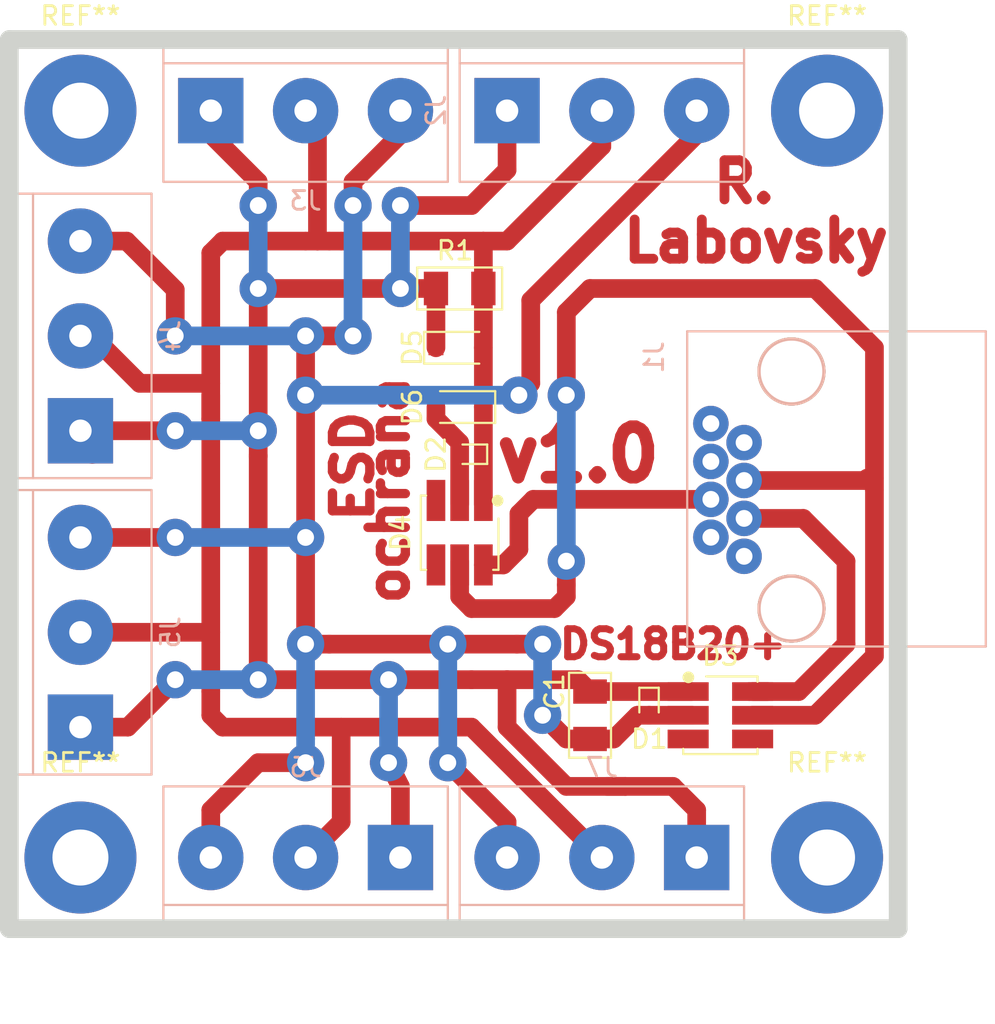
<source format=kicad_pcb>
(kicad_pcb (version 20171130) (host pcbnew "(5.1.6)-1")

  (general
    (thickness 1.6)
    (drawings 12)
    (tracks 175)
    (zones 0)
    (modules 19)
    (nets 15)
  )

  (page A4)
  (layers
    (0 F.Cu signal)
    (31 B.Cu signal)
    (32 B.Adhes user)
    (33 F.Adhes user)
    (34 B.Paste user)
    (35 F.Paste user)
    (36 B.SilkS user)
    (37 F.SilkS user)
    (38 B.Mask user)
    (39 F.Mask user)
    (40 Dwgs.User user)
    (41 Cmts.User user)
    (42 Eco1.User user)
    (43 Eco2.User user)
    (44 Edge.Cuts user)
    (45 Margin user)
    (46 B.CrtYd user)
    (47 F.CrtYd user)
    (48 B.Fab user hide)
    (49 F.Fab user hide)
  )

  (setup
    (last_trace_width 1)
    (user_trace_width 0.6)
    (user_trace_width 1)
    (trace_clearance 0.2)
    (zone_clearance 0.508)
    (zone_45_only no)
    (trace_min 0.2)
    (via_size 0.8)
    (via_drill 0.4)
    (via_min_size 0.4)
    (via_min_drill 0.3)
    (uvia_size 0.3)
    (uvia_drill 0.1)
    (uvias_allowed no)
    (uvia_min_size 0.2)
    (uvia_min_drill 0.1)
    (edge_width 0.05)
    (segment_width 0.2)
    (pcb_text_width 0.3)
    (pcb_text_size 1.5 1.5)
    (mod_edge_width 0.12)
    (mod_text_size 1 1)
    (mod_text_width 0.15)
    (pad_size 6 6)
    (pad_drill 3)
    (pad_to_mask_clearance 0.051)
    (solder_mask_min_width 0.25)
    (aux_axis_origin 0 0)
    (visible_elements 7FFFFFFF)
    (pcbplotparams
      (layerselection 0x00000_7fffffff)
      (usegerberextensions false)
      (usegerberattributes false)
      (usegerberadvancedattributes false)
      (creategerberjobfile false)
      (excludeedgelayer false)
      (linewidth 0.100000)
      (plotframeref false)
      (viasonmask true)
      (mode 1)
      (useauxorigin false)
      (hpglpennumber 1)
      (hpglpenspeed 20)
      (hpglpendiameter 15.000000)
      (psnegative false)
      (psa4output false)
      (plotreference false)
      (plotvalue false)
      (plotinvisibletext false)
      (padsonsilk true)
      (subtractmaskfromsilk false)
      (outputformat 5)
      (mirror true)
      (drillshape 1)
      (scaleselection 1)
      (outputdirectory "D:/kicad/thomas_thermostat/esd_protection_1_wire_end_devices/4_devices/esd_protection_1_wire_end_devices_v2/export/mirror/"))
  )

  (net 0 "")
  (net 1 GND)
  (net 2 +5V)
  (net 3 "Net-(D3-Pad4)")
  (net 4 "Net-(D3-Pad3)")
  (net 5 "Net-(D4-Pad3)")
  (net 6 "Net-(D4-Pad4)")
  (net 7 "Net-(J1-Pad7)")
  (net 8 "Net-(J1-Pad6)")
  (net 9 "Net-(J1-Pad2)")
  (net 10 "Net-(J1-Pad1)")
  (net 11 "Net-(J1-Pad8)")
  (net 12 /data)
  (net 13 "Net-(C1-Pad1)")
  (net 14 "Net-(D2-Pad1)")

  (net_class Default "This is the default net class."
    (clearance 0.2)
    (trace_width 0.25)
    (via_dia 0.8)
    (via_drill 0.4)
    (uvia_dia 0.3)
    (uvia_drill 0.1)
    (add_net +5V)
    (add_net /data)
    (add_net GND)
    (add_net "Net-(C1-Pad1)")
    (add_net "Net-(D2-Pad1)")
    (add_net "Net-(D3-Pad3)")
    (add_net "Net-(D3-Pad4)")
    (add_net "Net-(D4-Pad3)")
    (add_net "Net-(D4-Pad4)")
    (add_net "Net-(J1-Pad1)")
    (add_net "Net-(J1-Pad2)")
    (add_net "Net-(J1-Pad6)")
    (add_net "Net-(J1-Pad7)")
    (add_net "Net-(J1-Pad8)")
  )

  (module packages_tsoc_rl:tsoc_6_rl (layer F.Cu) (tedit 5F18B52B) (tstamp 5F09F6C8)
    (at 212.725 94.995 270)
    (path /5E8D2FE9)
    (fp_text reference D4 (at 0 3.175 90) (layer F.SilkS)
      (effects (font (size 1 1) (thickness 0.15)))
    )
    (fp_text value DS9503_rl (at 0 3.048 90) (layer F.Fab)
      (effects (font (size 1 1) (thickness 0.15)))
    )
    (fp_line (start -1.88 -1.27) (end -1.18 -1.97) (layer F.Fab) (width 0.1))
    (fp_line (start -2.9972 -2.22) (end -2.9972 2.22) (layer F.CrtYd) (width 0.05))
    (fp_line (start 2.9972 -2.22) (end 2.9972 2.22) (layer F.CrtYd) (width 0.05))
    (fp_line (start 1.99 -2.08) (end 1.99 -1.795) (layer F.SilkS) (width 0.12))
    (fp_line (start 1.99 1.795) (end 1.99 2.08) (layer F.SilkS) (width 0.12))
    (fp_line (start -1.99 2.08) (end 1.99 2.08) (layer F.SilkS) (width 0.12))
    (fp_line (start -2.9972 2.22) (end 2.9972 2.22) (layer F.CrtYd) (width 0.05))
    (fp_line (start -1.99 1.795) (end -1.99 2.08) (layer F.SilkS) (width 0.12))
    (fp_line (start -2.9972 -2.22) (end 2.9972 -2.22) (layer F.CrtYd) (width 0.05))
    (fp_line (start -1.18 -1.97) (end 1.88 -1.97) (layer F.Fab) (width 0.1))
    (fp_line (start -1.88 1.97) (end 1.88 1.97) (layer F.Fab) (width 0.1))
    (fp_line (start -1.88 -1.27) (end -1.88 1.97) (layer F.Fab) (width 0.1))
    (fp_line (start -0.762 -2.08) (end 1.99 -2.08) (layer F.SilkS) (width 0.12))
    (fp_line (start 1.88 -1.97) (end 1.88 1.97) (layer F.Fab) (width 0.1))
    (fp_circle (center -1.7145 -2.032) (end -1.9685 -2.032) (layer F.SilkS) (width 0.12))
    (fp_circle (center -1.7145 -2.032) (end -1.651 -1.905) (layer F.SilkS) (width 0.12))
    (fp_circle (center -1.7145 -2.032) (end -1.7145 -1.9685) (layer F.SilkS) (width 0.12))
    (fp_text user %R (at 0 0 90) (layer F.Fab)
      (effects (font (size 0.7 0.7) (thickness 0.127)))
    )
    (pad 2 smd rect (at -1.7272 0 270) (size 2.2 1) (layers F.Cu F.Paste F.Mask)
      (net 1 GND))
    (pad 3 smd rect (at -1.7272 1.27 270) (size 2.2 1) (layers F.Cu F.Paste F.Mask)
      (net 5 "Net-(D4-Pad3)"))
    (pad 1 smd rect (at -1.7272 -1.27 270) (size 2.2 1) (layers F.Cu F.Paste F.Mask)
      (net 14 "Net-(D2-Pad1)"))
    (pad 4 smd rect (at 1.7272 1.27 270) (size 2.2 1) (layers F.Cu F.Paste F.Mask)
      (net 6 "Net-(D4-Pad4)"))
    (pad 5 smd rect (at 1.7272 0 270) (size 2.2 1) (layers F.Cu F.Paste F.Mask)
      (net 1 GND))
    (pad 6 smd rect (at 1.7272 -1.27 270) (size 2.2 1) (layers F.Cu F.Paste F.Mask)
      (net 12 /data))
  )

  (module packages_tsoc_rl:tsoc_6_rl (layer F.Cu) (tedit 5F18B52B) (tstamp 5F09FF3B)
    (at 226.695 104.775)
    (path /5E8D0A59)
    (fp_text reference D3 (at 0 -3.175) (layer F.SilkS)
      (effects (font (size 1 1) (thickness 0.15)))
    )
    (fp_text value DS9503_rl (at 0 3.048) (layer F.Fab)
      (effects (font (size 1 1) (thickness 0.15)))
    )
    (fp_line (start -1.88 -1.27) (end -1.18 -1.97) (layer F.Fab) (width 0.1))
    (fp_line (start -2.9972 -2.22) (end -2.9972 2.22) (layer F.CrtYd) (width 0.05))
    (fp_line (start 2.9972 -2.22) (end 2.9972 2.22) (layer F.CrtYd) (width 0.05))
    (fp_line (start 1.99 -2.08) (end 1.99 -1.795) (layer F.SilkS) (width 0.12))
    (fp_line (start 1.99 1.795) (end 1.99 2.08) (layer F.SilkS) (width 0.12))
    (fp_line (start -1.99 2.08) (end 1.99 2.08) (layer F.SilkS) (width 0.12))
    (fp_line (start -2.9972 2.22) (end 2.9972 2.22) (layer F.CrtYd) (width 0.05))
    (fp_line (start -1.99 1.795) (end -1.99 2.08) (layer F.SilkS) (width 0.12))
    (fp_line (start -2.9972 -2.22) (end 2.9972 -2.22) (layer F.CrtYd) (width 0.05))
    (fp_line (start -1.18 -1.97) (end 1.88 -1.97) (layer F.Fab) (width 0.1))
    (fp_line (start -1.88 1.97) (end 1.88 1.97) (layer F.Fab) (width 0.1))
    (fp_line (start -1.88 -1.27) (end -1.88 1.97) (layer F.Fab) (width 0.1))
    (fp_line (start -0.762 -2.08) (end 1.99 -2.08) (layer F.SilkS) (width 0.12))
    (fp_line (start 1.88 -1.97) (end 1.88 1.97) (layer F.Fab) (width 0.1))
    (fp_circle (center -1.7145 -2.032) (end -1.9685 -2.032) (layer F.SilkS) (width 0.12))
    (fp_circle (center -1.7145 -2.032) (end -1.651 -1.905) (layer F.SilkS) (width 0.12))
    (fp_circle (center -1.7145 -2.032) (end -1.7145 -1.9685) (layer F.SilkS) (width 0.12))
    (fp_text user %R (at 0 0) (layer F.Fab)
      (effects (font (size 0.7 0.7) (thickness 0.127)))
    )
    (pad 2 smd rect (at -1.7272 0) (size 2.2 1) (layers F.Cu F.Paste F.Mask)
      (net 1 GND))
    (pad 3 smd rect (at -1.7272 1.27) (size 2.2 1) (layers F.Cu F.Paste F.Mask)
      (net 4 "Net-(D3-Pad3)"))
    (pad 1 smd rect (at -1.7272 -1.27) (size 2.2 1) (layers F.Cu F.Paste F.Mask)
      (net 13 "Net-(C1-Pad1)"))
    (pad 4 smd rect (at 1.7272 1.27) (size 2.2 1) (layers F.Cu F.Paste F.Mask)
      (net 3 "Net-(D3-Pad4)"))
    (pad 5 smd rect (at 1.7272 0) (size 2.2 1) (layers F.Cu F.Paste F.Mask)
      (net 1 GND))
    (pad 6 smd rect (at 1.7272 -1.27) (size 2.2 1) (layers F.Cu F.Paste F.Mask)
      (net 2 +5V))
  )

  (module diodes_smd_rl:sod_923_rl (layer F.Cu) (tedit 5F173514) (tstamp 5F09F7BB)
    (at 213.36 90.805 180)
    (path /5E8CE47F)
    (fp_text reference D2 (at 1.905 0 270) (layer F.SilkS)
      (effects (font (size 1 1) (thickness 0.15)))
    )
    (fp_text value undir_transil (at 0 1.905) (layer F.Fab)
      (effects (font (size 1 1) (thickness 0.15)))
    )
    (fp_line (start -0.3936 0.3048) (end -0.3936 -0.2952) (layer F.Fab) (width 0.1))
    (fp_line (start 0.4 0.3048) (end -0.381 0.3048) (layer F.Fab) (width 0.1))
    (fp_line (start -0.1016 0) (end 0.1016 -0.127) (layer F.Fab) (width 0.1))
    (fp_line (start 0.1016 0.1524) (end -0.1016 0.0254) (layer F.Fab) (width 0.1))
    (fp_line (start -0.8468 0.5334) (end 0.4826 0.5334) (layer F.SilkS) (width 0.12))
    (fp_line (start -0.3936 -0.2952) (end 0.4064 -0.2952) (layer F.Fab) (width 0.1))
    (fp_line (start 0.1016 -0.127) (end 0.1016 0.1524) (layer F.Fab) (width 0.1))
    (fp_line (start -0.3 0) (end -0.5 0) (layer F.Fab) (width 0.1))
    (fp_line (start -0.1016 -0.1778) (end -0.1016 0.1778) (layer F.Fab) (width 0.1))
    (fp_line (start 0.4064 -0.2952) (end 0.4064 0.3048) (layer F.Fab) (width 0.1))
    (fp_line (start -0.8468 -0.508) (end 0.4826 -0.508) (layer F.SilkS) (width 0.12))
    (fp_line (start -0.8382 -0.508) (end -0.8382 0.5334) (layer F.SilkS) (width 0.12))
    (fp_line (start -1.016 -0.6858) (end 0.7874 -0.6858) (layer F.CrtYd) (width 0.05))
    (fp_line (start -1.016 0.7112) (end 0.7874 0.7112) (layer F.CrtYd) (width 0.05))
    (fp_line (start -1.016 0.7112) (end -1.016 -0.6858) (layer F.CrtYd) (width 0.05))
    (fp_line (start 0.8128 0.7112) (end 0.8128 -0.6858) (layer F.CrtYd) (width 0.05))
    (pad 1 smd rect (at -0.4318 0 180) (size 0.5 0.5) (layers F.Cu F.Paste F.Mask)
      (net 14 "Net-(D2-Pad1)"))
    (pad 2 smd rect (at 0.4318 0 180) (size 0.5 0.5) (layers F.Cu F.Paste F.Mask)
      (net 1 GND))
  )

  (module diodes_smd_rl:sod_923_rl (layer F.Cu) (tedit 5F173514) (tstamp 5E7369A6)
    (at 222.885 104.14 270)
    (path /5E8CBC59)
    (fp_text reference D1 (at 1.905 0 180) (layer F.SilkS)
      (effects (font (size 1 1) (thickness 0.15)))
    )
    (fp_text value undir_transil (at 0 1.905 90) (layer F.Fab)
      (effects (font (size 1 1) (thickness 0.15)))
    )
    (fp_line (start -0.3936 0.3048) (end -0.3936 -0.2952) (layer F.Fab) (width 0.1))
    (fp_line (start 0.4 0.3048) (end -0.381 0.3048) (layer F.Fab) (width 0.1))
    (fp_line (start -0.1016 0) (end 0.1016 -0.127) (layer F.Fab) (width 0.1))
    (fp_line (start 0.1016 0.1524) (end -0.1016 0.0254) (layer F.Fab) (width 0.1))
    (fp_line (start -0.8468 0.5334) (end 0.4826 0.5334) (layer F.SilkS) (width 0.12))
    (fp_line (start -0.3936 -0.2952) (end 0.4064 -0.2952) (layer F.Fab) (width 0.1))
    (fp_line (start 0.1016 -0.127) (end 0.1016 0.1524) (layer F.Fab) (width 0.1))
    (fp_line (start -0.3 0) (end -0.5 0) (layer F.Fab) (width 0.1))
    (fp_line (start -0.1016 -0.1778) (end -0.1016 0.1778) (layer F.Fab) (width 0.1))
    (fp_line (start 0.4064 -0.2952) (end 0.4064 0.3048) (layer F.Fab) (width 0.1))
    (fp_line (start -0.8468 -0.508) (end 0.4826 -0.508) (layer F.SilkS) (width 0.12))
    (fp_line (start -0.8382 -0.508) (end -0.8382 0.5334) (layer F.SilkS) (width 0.12))
    (fp_line (start -1.016 -0.6858) (end 0.7874 -0.6858) (layer F.CrtYd) (width 0.05))
    (fp_line (start -1.016 0.7112) (end 0.7874 0.7112) (layer F.CrtYd) (width 0.05))
    (fp_line (start -1.016 0.7112) (end -1.016 -0.6858) (layer F.CrtYd) (width 0.05))
    (fp_line (start 0.8128 0.7112) (end 0.8128 -0.6858) (layer F.CrtYd) (width 0.05))
    (pad 1 smd rect (at -0.4318 0 270) (size 0.5 0.5) (layers F.Cu F.Paste F.Mask)
      (net 13 "Net-(C1-Pad1)"))
    (pad 2 smd rect (at 0.4318 0 270) (size 0.5 0.5) (layers F.Cu F.Paste F.Mask)
      (net 1 GND))
  )

  (module resistors_smd_rl:r_1206_rl (layer F.Cu) (tedit 5E603374) (tstamp 5F148A77)
    (at 212.725 81.915)
    (path /5F14A12E)
    (fp_text reference R1 (at -0.254 -2.032) (layer F.SilkS)
      (effects (font (size 1 1) (thickness 0.15)))
    )
    (fp_text value 4K7 (at 0.254 2.032) (layer F.Fab)
      (effects (font (size 1 1) (thickness 0.15)))
    )
    (fp_line (start 2.275 -1.125) (end 2.275 1.125) (layer F.SilkS) (width 0.12))
    (fp_line (start -2.275 -1.125) (end 2.275 -1.125) (layer F.SilkS) (width 0.12))
    (fp_line (start -2.275 1.125) (end -2.275 -1.125) (layer F.SilkS) (width 0.12))
    (fp_line (start 2.275 1.125) (end -2.275 1.125) (layer F.SilkS) (width 0.12))
    (fp_line (start -1.6 -0.8) (end 1.6 -0.8) (layer F.Fab) (width 0.12))
    (fp_line (start -2.28 1.12) (end -2.28 -1.12) (layer F.CrtYd) (width 0.05))
    (fp_line (start -2.28 -1.12) (end 2.28 -1.12) (layer F.CrtYd) (width 0.05))
    (fp_line (start 2.28 1.12) (end -2.28 1.12) (layer F.CrtYd) (width 0.05))
    (fp_line (start -1.6 0.8) (end -1.6 -0.8) (layer F.Fab) (width 0.12))
    (fp_line (start 1.6 -0.8) (end 1.6 0.8) (layer F.Fab) (width 0.12))
    (fp_line (start 2.28 -1.12) (end 2.28 1.12) (layer F.CrtYd) (width 0.05))
    (fp_line (start 1.6 0.8) (end -1.6 0.8) (layer F.Fab) (width 0.12))
    (fp_text user %R (at 0 0) (layer F.Fab)
      (effects (font (size 0.8 0.8) (thickness 0.12)))
    )
    (pad 2 smd trapezoid (at 1.27 0) (size 1.3 1.8) (layers F.Cu F.Paste F.Mask)
      (net 14 "Net-(D2-Pad1)"))
    (pad 1 smd trapezoid (at -1.27 0) (size 1.3 1.8) (layers F.Cu F.Paste F.Mask)
      (net 13 "Net-(C1-Pad1)"))
  )

  (module terminal_blocks_th_rl:xy301v_a_5_3p_rl (layer B.Cu) (tedit 5E70A484) (tstamp 5F09EACD)
    (at 220.345 112.395 180)
    (path /5F0A7DA7)
    (fp_text reference J7 (at 0 4.826) (layer B.SilkS)
      (effects (font (size 1 1) (thickness 0.15)) (justify mirror))
    )
    (fp_text value Screw_Terminal_01x03 (at 0 -4.826) (layer B.Fab)
      (effects (font (size 1 1) (thickness 0.15)) (justify mirror))
    )
    (fp_line (start -7.8 4) (end 7.8 4) (layer B.CrtYd) (width 0.05))
    (fp_line (start 7.62 -3.81) (end 7.62 3.81) (layer B.SilkS) (width 0.12))
    (fp_line (start -7.55 3.75) (end 7.55 3.75) (layer B.Fab) (width 0.12))
    (fp_line (start -7.62 3.81) (end 7.62 3.81) (layer B.SilkS) (width 0.12))
    (fp_line (start -7.8 4) (end -7.8 -4) (layer B.CrtYd) (width 0.05))
    (fp_line (start 7.8 -4) (end 7.8 4) (layer B.CrtYd) (width 0.05))
    (fp_line (start -7.62 -3.81) (end -7.62 3.81) (layer B.SilkS) (width 0.12))
    (fp_line (start -7.62 -2.54) (end 7.62 -2.54) (layer B.SilkS) (width 0.12))
    (fp_line (start -7.55 -2.55) (end 7.55 -2.55) (layer B.Fab) (width 0.12))
    (fp_line (start 7.55 3.75) (end 7.55 -3.75) (layer B.Fab) (width 0.12))
    (fp_line (start -7.62 -3.81) (end 7.62 -3.81) (layer B.SilkS) (width 0.12))
    (fp_line (start 7.8 -4) (end -7.8 -4) (layer B.CrtYd) (width 0.05))
    (fp_line (start 7.55 -3.75) (end -7.55 -3.75) (layer B.Fab) (width 0.1))
    (fp_line (start -7.55 -3.75) (end -7.55 3.75) (layer B.Fab) (width 0.12))
    (fp_text user %R (at 0 0) (layer B.Fab)
      (effects (font (size 1 1) (thickness 0.15)) (justify mirror))
    )
    (pad 2 thru_hole circle (at 0 0 180) (size 3.5 3.5) (drill 1.2) (layers *.Cu *.Mask)
      (net 14 "Net-(D2-Pad1)"))
    (pad 3 thru_hole circle (at 5.08 0 180) (size 3.5 3.5) (drill 1.2) (layers *.Cu *.Mask)
      (net 1 GND))
    (pad 1 thru_hole rect (at -5.08 0 180) (size 3.5 3.5) (drill 1.2) (layers *.Cu *.Mask)
      (net 13 "Net-(C1-Pad1)"))
  )

  (module terminal_blocks_th_rl:xy301v_a_5_3p_rl (layer B.Cu) (tedit 5E70A484) (tstamp 5F09EAB7)
    (at 204.47 112.395 180)
    (path /5F0A7904)
    (fp_text reference J6 (at 0 4.826) (layer B.SilkS)
      (effects (font (size 1 1) (thickness 0.15)) (justify mirror))
    )
    (fp_text value Screw_Terminal_01x03 (at 0 -4.826) (layer B.Fab)
      (effects (font (size 1 1) (thickness 0.15)) (justify mirror))
    )
    (fp_line (start -7.8 4) (end 7.8 4) (layer B.CrtYd) (width 0.05))
    (fp_line (start 7.62 -3.81) (end 7.62 3.81) (layer B.SilkS) (width 0.12))
    (fp_line (start -7.55 3.75) (end 7.55 3.75) (layer B.Fab) (width 0.12))
    (fp_line (start -7.62 3.81) (end 7.62 3.81) (layer B.SilkS) (width 0.12))
    (fp_line (start -7.8 4) (end -7.8 -4) (layer B.CrtYd) (width 0.05))
    (fp_line (start 7.8 -4) (end 7.8 4) (layer B.CrtYd) (width 0.05))
    (fp_line (start -7.62 -3.81) (end -7.62 3.81) (layer B.SilkS) (width 0.12))
    (fp_line (start -7.62 -2.54) (end 7.62 -2.54) (layer B.SilkS) (width 0.12))
    (fp_line (start -7.55 -2.55) (end 7.55 -2.55) (layer B.Fab) (width 0.12))
    (fp_line (start 7.55 3.75) (end 7.55 -3.75) (layer B.Fab) (width 0.12))
    (fp_line (start -7.62 -3.81) (end 7.62 -3.81) (layer B.SilkS) (width 0.12))
    (fp_line (start 7.8 -4) (end -7.8 -4) (layer B.CrtYd) (width 0.05))
    (fp_line (start 7.55 -3.75) (end -7.55 -3.75) (layer B.Fab) (width 0.1))
    (fp_line (start -7.55 -3.75) (end -7.55 3.75) (layer B.Fab) (width 0.12))
    (fp_text user %R (at 0 0) (layer B.Fab)
      (effects (font (size 1 1) (thickness 0.15)) (justify mirror))
    )
    (pad 2 thru_hole circle (at 0 0 180) (size 3.5 3.5) (drill 1.2) (layers *.Cu *.Mask)
      (net 14 "Net-(D2-Pad1)"))
    (pad 3 thru_hole circle (at 5.08 0 180) (size 3.5 3.5) (drill 1.2) (layers *.Cu *.Mask)
      (net 1 GND))
    (pad 1 thru_hole rect (at -5.08 0 180) (size 3.5 3.5) (drill 1.2) (layers *.Cu *.Mask)
      (net 13 "Net-(C1-Pad1)"))
  )

  (module Connector_Wire:SolderWirePad_1x01_Drill2.5mm (layer F.Cu) (tedit 5F177013) (tstamp 5F09D22B)
    (at 232.41 112.395)
    (descr "Wire solder connection")
    (tags connector)
    (attr virtual)
    (fp_text reference REF** (at 0 -5.08) (layer F.SilkS)
      (effects (font (size 1 1) (thickness 0.15)))
    )
    (fp_text value SolderWirePad_1x01_Drill2.5mm (at 0 5.08) (layer F.Fab)
      (effects (font (size 1 1) (thickness 0.15)))
    )
    (fp_line (start -3.5 -3.5) (end 3.5 -3.5) (layer F.CrtYd) (width 0.05))
    (fp_line (start -3.5 -3.5) (end -3.5 3.5) (layer F.CrtYd) (width 0.05))
    (fp_line (start 3.5 3.5) (end 3.5 -3.5) (layer F.CrtYd) (width 0.05))
    (fp_line (start 3.5 3.5) (end -3.5 3.5) (layer F.CrtYd) (width 0.05))
    (fp_text user %R (at 0 0) (layer F.Fab)
      (effects (font (size 1 1) (thickness 0.15)))
    )
    (pad ~ thru_hole circle (at 0 0) (size 6 6) (drill 3) (layers *.Cu *.Mask))
  )

  (module Connector_Wire:SolderWirePad_1x01_Drill2.5mm (layer F.Cu) (tedit 5F177017) (tstamp 5F09D22B)
    (at 192.405 112.395)
    (descr "Wire solder connection")
    (tags connector)
    (attr virtual)
    (fp_text reference REF** (at 0 -5.08) (layer F.SilkS)
      (effects (font (size 1 1) (thickness 0.15)))
    )
    (fp_text value SolderWirePad_1x01_Drill2.5mm (at 0 5.08) (layer F.Fab)
      (effects (font (size 1 1) (thickness 0.15)))
    )
    (fp_line (start -3.5 -3.5) (end 3.5 -3.5) (layer F.CrtYd) (width 0.05))
    (fp_line (start -3.5 -3.5) (end -3.5 3.5) (layer F.CrtYd) (width 0.05))
    (fp_line (start 3.5 3.5) (end 3.5 -3.5) (layer F.CrtYd) (width 0.05))
    (fp_line (start 3.5 3.5) (end -3.5 3.5) (layer F.CrtYd) (width 0.05))
    (fp_text user %R (at 0 0) (layer F.Fab)
      (effects (font (size 1 1) (thickness 0.15)))
    )
    (pad ~ thru_hole circle (at 0 0) (size 6 6) (drill 3) (layers *.Cu *.Mask))
  )

  (module Connector_Wire:SolderWirePad_1x01_Drill2.5mm (layer F.Cu) (tedit 5F17700F) (tstamp 5F09D22B)
    (at 232.41 72.39)
    (descr "Wire solder connection")
    (tags connector)
    (attr virtual)
    (fp_text reference REF** (at 0 -5.08) (layer F.SilkS)
      (effects (font (size 1 1) (thickness 0.15)))
    )
    (fp_text value SolderWirePad_1x01_Drill2.5mm (at 0 5.08) (layer F.Fab)
      (effects (font (size 1 1) (thickness 0.15)))
    )
    (fp_line (start -3.5 -3.5) (end 3.5 -3.5) (layer F.CrtYd) (width 0.05))
    (fp_line (start -3.5 -3.5) (end -3.5 3.5) (layer F.CrtYd) (width 0.05))
    (fp_line (start 3.5 3.5) (end 3.5 -3.5) (layer F.CrtYd) (width 0.05))
    (fp_line (start 3.5 3.5) (end -3.5 3.5) (layer F.CrtYd) (width 0.05))
    (fp_text user %R (at 0 0) (layer F.Fab)
      (effects (font (size 1 1) (thickness 0.15)))
    )
    (pad 2 thru_hole circle (at 0 0) (size 6 6) (drill 3) (layers *.Cu *.Mask))
  )

  (module Connector_Wire:SolderWirePad_1x01_Drill2.5mm (layer F.Cu) (tedit 5F17700C) (tstamp 5F09D1FD)
    (at 192.405 72.39)
    (descr "Wire solder connection")
    (tags connector)
    (attr virtual)
    (fp_text reference REF** (at 0 -5.08) (layer F.SilkS)
      (effects (font (size 1 1) (thickness 0.15)))
    )
    (fp_text value SolderWirePad_1x01_Drill2.5mm (at 0 5.08) (layer F.Fab)
      (effects (font (size 1 1) (thickness 0.15)))
    )
    (fp_line (start 3.5 3.5) (end -3.5 3.5) (layer F.CrtYd) (width 0.05))
    (fp_line (start 3.5 3.5) (end 3.5 -3.5) (layer F.CrtYd) (width 0.05))
    (fp_line (start -3.5 -3.5) (end -3.5 3.5) (layer F.CrtYd) (width 0.05))
    (fp_line (start -3.5 -3.5) (end 3.5 -3.5) (layer F.CrtYd) (width 0.05))
    (fp_text user %R (at 0 0) (layer F.Fab)
      (effects (font (size 1 1) (thickness 0.15)))
    )
    (pad ~ thru_hole circle (at 0 0) (size 6 6) (drill 3) (layers *.Cu *.Mask))
  )

  (module terminal_blocks_th_rl:xy301v_a_5_3p_rl (layer B.Cu) (tedit 5E70A484) (tstamp 5F09CD18)
    (at 192.405 100.33 90)
    (path /5F09E35A)
    (fp_text reference J5 (at 0 4.826 90) (layer B.SilkS)
      (effects (font (size 1 1) (thickness 0.15)) (justify mirror))
    )
    (fp_text value Screw_Terminal_01x03 (at 0 -4.826 90) (layer B.Fab)
      (effects (font (size 1 1) (thickness 0.15)) (justify mirror))
    )
    (fp_line (start -7.8 4) (end 7.8 4) (layer B.CrtYd) (width 0.05))
    (fp_line (start 7.62 -3.81) (end 7.62 3.81) (layer B.SilkS) (width 0.12))
    (fp_line (start -7.55 3.75) (end 7.55 3.75) (layer B.Fab) (width 0.12))
    (fp_line (start -7.62 3.81) (end 7.62 3.81) (layer B.SilkS) (width 0.12))
    (fp_line (start -7.8 4) (end -7.8 -4) (layer B.CrtYd) (width 0.05))
    (fp_line (start 7.8 -4) (end 7.8 4) (layer B.CrtYd) (width 0.05))
    (fp_line (start -7.62 -3.81) (end -7.62 3.81) (layer B.SilkS) (width 0.12))
    (fp_line (start -7.62 -2.54) (end 7.62 -2.54) (layer B.SilkS) (width 0.12))
    (fp_line (start -7.55 -2.55) (end 7.55 -2.55) (layer B.Fab) (width 0.12))
    (fp_line (start 7.55 3.75) (end 7.55 -3.75) (layer B.Fab) (width 0.12))
    (fp_line (start -7.62 -3.81) (end 7.62 -3.81) (layer B.SilkS) (width 0.12))
    (fp_line (start 7.8 -4) (end -7.8 -4) (layer B.CrtYd) (width 0.05))
    (fp_line (start 7.55 -3.75) (end -7.55 -3.75) (layer B.Fab) (width 0.1))
    (fp_line (start -7.55 -3.75) (end -7.55 3.75) (layer B.Fab) (width 0.12))
    (fp_text user %R (at 0 0 90) (layer B.Fab)
      (effects (font (size 1 1) (thickness 0.15)) (justify mirror))
    )
    (pad 2 thru_hole circle (at 0 0 90) (size 3.5 3.5) (drill 1.2) (layers *.Cu *.Mask)
      (net 14 "Net-(D2-Pad1)"))
    (pad 3 thru_hole circle (at 5.08 0 90) (size 3.5 3.5) (drill 1.2) (layers *.Cu *.Mask)
      (net 1 GND))
    (pad 1 thru_hole rect (at -5.08 0 90) (size 3.5 3.5) (drill 1.2) (layers *.Cu *.Mask)
      (net 13 "Net-(C1-Pad1)"))
  )

  (module terminal_blocks_th_rl:xy301v_a_5_3p_rl (layer B.Cu) (tedit 5E70A484) (tstamp 5F09CD02)
    (at 192.405 84.455 90)
    (path /5F09E09D)
    (fp_text reference J4 (at 0 4.826 90) (layer B.SilkS)
      (effects (font (size 1 1) (thickness 0.15)) (justify mirror))
    )
    (fp_text value Screw_Terminal_01x03 (at 0 -4.826 90) (layer B.Fab)
      (effects (font (size 1 1) (thickness 0.15)) (justify mirror))
    )
    (fp_line (start -7.8 4) (end 7.8 4) (layer B.CrtYd) (width 0.05))
    (fp_line (start 7.62 -3.81) (end 7.62 3.81) (layer B.SilkS) (width 0.12))
    (fp_line (start -7.55 3.75) (end 7.55 3.75) (layer B.Fab) (width 0.12))
    (fp_line (start -7.62 3.81) (end 7.62 3.81) (layer B.SilkS) (width 0.12))
    (fp_line (start -7.8 4) (end -7.8 -4) (layer B.CrtYd) (width 0.05))
    (fp_line (start 7.8 -4) (end 7.8 4) (layer B.CrtYd) (width 0.05))
    (fp_line (start -7.62 -3.81) (end -7.62 3.81) (layer B.SilkS) (width 0.12))
    (fp_line (start -7.62 -2.54) (end 7.62 -2.54) (layer B.SilkS) (width 0.12))
    (fp_line (start -7.55 -2.55) (end 7.55 -2.55) (layer B.Fab) (width 0.12))
    (fp_line (start 7.55 3.75) (end 7.55 -3.75) (layer B.Fab) (width 0.12))
    (fp_line (start -7.62 -3.81) (end 7.62 -3.81) (layer B.SilkS) (width 0.12))
    (fp_line (start 7.8 -4) (end -7.8 -4) (layer B.CrtYd) (width 0.05))
    (fp_line (start 7.55 -3.75) (end -7.55 -3.75) (layer B.Fab) (width 0.1))
    (fp_line (start -7.55 -3.75) (end -7.55 3.75) (layer B.Fab) (width 0.12))
    (fp_text user %R (at 0 0 90) (layer B.Fab)
      (effects (font (size 1 1) (thickness 0.15)) (justify mirror))
    )
    (pad 2 thru_hole circle (at 0 0 90) (size 3.5 3.5) (drill 1.2) (layers *.Cu *.Mask)
      (net 14 "Net-(D2-Pad1)"))
    (pad 3 thru_hole circle (at 5.08 0 90) (size 3.5 3.5) (drill 1.2) (layers *.Cu *.Mask)
      (net 1 GND))
    (pad 1 thru_hole rect (at -5.08 0 90) (size 3.5 3.5) (drill 1.2) (layers *.Cu *.Mask)
      (net 13 "Net-(C1-Pad1)"))
  )

  (module terminal_blocks_th_rl:xy301v_a_5_3p_rl (layer B.Cu) (tedit 5E70A484) (tstamp 5F09CDA0)
    (at 204.47 72.39)
    (path /5F09D62F)
    (fp_text reference J3 (at 0 4.826 180) (layer B.SilkS)
      (effects (font (size 1 1) (thickness 0.15)) (justify mirror))
    )
    (fp_text value Screw_Terminal_01x03 (at 0 -4.826 180) (layer B.Fab)
      (effects (font (size 1 1) (thickness 0.15)) (justify mirror))
    )
    (fp_line (start -7.8 4) (end 7.8 4) (layer B.CrtYd) (width 0.05))
    (fp_line (start 7.62 -3.81) (end 7.62 3.81) (layer B.SilkS) (width 0.12))
    (fp_line (start -7.55 3.75) (end 7.55 3.75) (layer B.Fab) (width 0.12))
    (fp_line (start -7.62 3.81) (end 7.62 3.81) (layer B.SilkS) (width 0.12))
    (fp_line (start -7.8 4) (end -7.8 -4) (layer B.CrtYd) (width 0.05))
    (fp_line (start 7.8 -4) (end 7.8 4) (layer B.CrtYd) (width 0.05))
    (fp_line (start -7.62 -3.81) (end -7.62 3.81) (layer B.SilkS) (width 0.12))
    (fp_line (start -7.62 -2.54) (end 7.62 -2.54) (layer B.SilkS) (width 0.12))
    (fp_line (start -7.55 -2.55) (end 7.55 -2.55) (layer B.Fab) (width 0.12))
    (fp_line (start 7.55 3.75) (end 7.55 -3.75) (layer B.Fab) (width 0.12))
    (fp_line (start -7.62 -3.81) (end 7.62 -3.81) (layer B.SilkS) (width 0.12))
    (fp_line (start 7.8 -4) (end -7.8 -4) (layer B.CrtYd) (width 0.05))
    (fp_line (start 7.55 -3.75) (end -7.55 -3.75) (layer B.Fab) (width 0.1))
    (fp_line (start -7.55 -3.75) (end -7.55 3.75) (layer B.Fab) (width 0.12))
    (fp_text user %R (at 0 0 180) (layer B.Fab)
      (effects (font (size 1 1) (thickness 0.15)) (justify mirror))
    )
    (pad 2 thru_hole circle (at 0 0) (size 3.5 3.5) (drill 1.2) (layers *.Cu *.Mask)
      (net 14 "Net-(D2-Pad1)"))
    (pad 3 thru_hole circle (at 5.08 0) (size 3.5 3.5) (drill 1.2) (layers *.Cu *.Mask)
      (net 1 GND))
    (pad 1 thru_hole rect (at -5.08 0) (size 3.5 3.5) (drill 1.2) (layers *.Cu *.Mask)
      (net 13 "Net-(C1-Pad1)"))
  )

  (module capacitors_smd_rl:c_1206_rl (layer F.Cu) (tedit 5E6033A3) (tstamp 5F09FF83)
    (at 219.71 104.775 270)
    (path /5E8380E3)
    (fp_text reference C1 (at -1.27 1.905 270) (layer F.SilkS)
      (effects (font (size 1 1) (thickness 0.15)))
    )
    (fp_text value 100nF (at -0.254 2.032 90) (layer F.Fab)
      (effects (font (size 1 1) (thickness 0.15)))
    )
    (fp_line (start -2.275 1.125) (end -2.275 -1.125) (layer F.SilkS) (width 0.12))
    (fp_line (start 2.275 1.125) (end -2.275 1.125) (layer F.SilkS) (width 0.12))
    (fp_line (start 2.275 -1.125) (end 2.275 1.125) (layer F.SilkS) (width 0.12))
    (fp_line (start -2.275 -1.125) (end 2.275 -1.125) (layer F.SilkS) (width 0.12))
    (fp_line (start 2.28 1.12) (end -2.28 1.12) (layer F.CrtYd) (width 0.12))
    (fp_line (start 1.6 0.8) (end -1.6 0.8) (layer F.Fab) (width 0.12))
    (fp_line (start -2.28 1.12) (end -2.28 -1.12) (layer F.CrtYd) (width 0.12))
    (fp_line (start -2.28 -1.12) (end 2.28 -1.12) (layer F.CrtYd) (width 0.12))
    (fp_line (start -1.6 -0.8) (end 1.6 -0.8) (layer F.Fab) (width 0.12))
    (fp_line (start -1.6 0.8) (end -1.6 -0.8) (layer F.Fab) (width 0.12))
    (fp_line (start 2.28 -1.12) (end 2.28 1.12) (layer F.CrtYd) (width 0.12))
    (fp_line (start 1.6 -0.8) (end 1.6 0.8) (layer F.Fab) (width 0.12))
    (fp_text user %R (at 0 0 90) (layer F.Fab)
      (effects (font (size 0.8 0.8) (thickness 0.12)))
    )
    (pad 2 smd rect (at 1.27 0 270) (size 1.3 1.8) (layers F.Cu F.Paste F.Mask)
      (net 1 GND))
    (pad 1 smd rect (at -1.27 0 270) (size 1.3 1.8) (layers F.Cu F.Paste F.Mask)
      (net 13 "Net-(C1-Pad1)"))
  )

  (module connectors_rl:rj45_amphenol_icc_rjhse_5080 (layer B.Cu) (tedit 5E908A8C) (tstamp 5E736A40)
    (at 227.965 87.63 270)
    (path /5E703D81)
    (fp_text reference J1 (at -2.032 4.826 270) (layer B.SilkS)
      (effects (font (size 1 1) (thickness 0.15)) (justify mirror))
    )
    (fp_text value RJ45 (at 4.318 -14.224 270) (layer B.Fab)
      (effects (font (size 1 1) (thickness 0.15)) (justify mirror))
    )
    (fp_line (start 13.462 3.048) (end 13.462 -12.83) (layer B.Fab) (width 0.1))
    (fp_line (start 13.97 3.302) (end 13.97 -13.33) (layer B.CrtYd) (width 0.05))
    (fp_line (start -3.42 3.048) (end -3.42 -12.95) (layer B.SilkS) (width 0.12))
    (fp_line (start -3.81 3.302) (end -3.8 -13.33) (layer B.CrtYd) (width 0.05))
    (fp_line (start 13.462 3.048) (end -3.302 3.048) (layer B.Fab) (width 0.1))
    (fp_line (start -3.8 3.302) (end 13.97 3.302) (layer B.CrtYd) (width 0.05))
    (fp_line (start 13.462 -12.95) (end -3.42 -12.95) (layer B.SilkS) (width 0.12))
    (fp_line (start -3.305 3.048) (end -3.305 -12.83) (layer B.Fab) (width 0.1))
    (fp_line (start 13.462 3.048) (end 13.462 -12.95) (layer B.SilkS) (width 0.12))
    (fp_line (start 13.462 3.048) (end -3.42 3.048) (layer B.SilkS) (width 0.12))
    (fp_line (start -3.8 -13.33) (end 13.97 -13.33) (layer B.CrtYd) (width 0.05))
    (fp_line (start 13.462 -12.83) (end -3.305 -12.83) (layer B.Fab) (width 0.1))
    (fp_text user %R (at 4.7 -6.35 270) (layer B.Fab)
      (effects (font (size 1 1) (thickness 0.15)) (justify mirror))
    )
    (pad 7 thru_hole circle (at 2.54 0 270) (size 1.9 1.9) (drill 0.9) (layers *.Cu *.Mask)
      (net 7 "Net-(J1-Pad7)"))
    (pad 3 thru_hole circle (at 6.6 0 270) (size 1.9 1.9) (drill 0.9) (layers *.Cu *.Mask)
      (net 2 +5V))
    (pad 4 thru_hole circle (at 5.58 1.78 180) (size 1.9 1.9) (drill 0.9) (layers *.Cu *.Mask)
      (net 12 /data))
    (pad 2 thru_hole circle (at 7.61 1.78 270) (size 1.9 1.9) (drill 0.9) (layers *.Cu *.Mask)
      (net 9 "Net-(J1-Pad2)"))
    (pad "" np_thru_hole circle (at -1.27 -2.54 270) (size 3.65 3.65) (drill 3.3) (layers *.Cu *.SilkS *.Mask))
    (pad 6 thru_hole circle (at 3.55 1.78 270) (size 1.9 1.9) (drill 0.9) (layers *.Cu *.Mask)
      (net 8 "Net-(J1-Pad6)"))
    (pad 1 thru_hole circle (at 8.63 0 270) (size 1.9 1.9) (drill 0.9) (layers *.Cu *.Mask)
      (net 10 "Net-(J1-Pad1)"))
    (pad "" np_thru_hole circle (at 11.43 -2.54 270) (size 3.65 3.65) (drill 3.3) (layers *.Cu *.SilkS *.Mask))
    (pad 8 thru_hole circle (at 1.52 1.78 270) (size 1.9 1.9) (drill 0.9) (layers *.Cu *.Mask)
      (net 11 "Net-(J1-Pad8)"))
    (pad 5 thru_hole circle (at 4.57 0 270) (size 1.9 1.9) (drill 0.9) (layers *.Cu *.Mask)
      (net 1 GND))
  )

  (module diodes_smd_rl:sod_323_rl (layer F.Cu) (tedit 5E70A055) (tstamp 5F09F7FD)
    (at 212.725 85.09)
    (path /5E702624)
    (fp_text reference D5 (at -2.54 0 90) (layer F.SilkS)
      (effects (font (size 1 1) (thickness 0.15)))
    )
    (fp_text value D_Schottky (at 0.254 1.778) (layer F.Fab)
      (effects (font (size 1 1) (thickness 0.15)))
    )
    (fp_line (start -1.905 -0.9525) (end -1.905 0.9525) (layer F.CrtYd) (width 0.05))
    (fp_line (start -1.905 -0.9525) (end 1.778 -0.9525) (layer F.CrtYd) (width 0.05))
    (fp_line (start 0.9 -0.7) (end 0.9 0.7) (layer F.Fab) (width 0.1))
    (fp_line (start 0.2 0) (end 0.45 0) (layer F.Fab) (width 0.1))
    (fp_line (start -0.9 0.7) (end -0.9 -0.7) (layer F.Fab) (width 0.1))
    (fp_line (start 0.2 0.35) (end -0.3 0) (layer F.Fab) (width 0.1))
    (fp_line (start -1.905 -0.85) (end 1.05 -0.85) (layer F.SilkS) (width 0.12))
    (fp_line (start -1.905 0.9525) (end 1.778 0.95) (layer F.CrtYd) (width 0.05))
    (fp_line (start -1.905 0.85) (end 1.05 0.85) (layer F.SilkS) (width 0.12))
    (fp_line (start -0.9 -0.7) (end 0.9 -0.7) (layer F.Fab) (width 0.1))
    (fp_line (start -1.905 -0.85) (end -1.905 0.85) (layer F.SilkS) (width 0.12))
    (fp_line (start 0.2 -0.35) (end 0.2 0.35) (layer F.Fab) (width 0.1))
    (fp_line (start -0.3 0) (end -0.5 0) (layer F.Fab) (width 0.1))
    (fp_line (start 0.9 0.7) (end -0.9 0.7) (layer F.Fab) (width 0.1))
    (fp_line (start -0.3 0) (end 0.2 -0.35) (layer F.Fab) (width 0.1))
    (fp_line (start -0.3 -0.35) (end -0.3 0.35) (layer F.Fab) (width 0.1))
    (fp_line (start 1.778 -0.95) (end 1.778 0.95) (layer F.CrtYd) (width 0.05))
    (pad 1 smd rect (at -1.27 0) (size 0.8 0.8) (layers F.Cu F.Paste F.Mask)
      (net 13 "Net-(C1-Pad1)"))
    (pad 2 smd rect (at 1.27 0) (size 0.8 0.8) (layers F.Cu F.Paste F.Mask)
      (net 14 "Net-(D2-Pad1)"))
  )

  (module diodes_smd_rl:sod_323_rl (layer F.Cu) (tedit 5E70A055) (tstamp 5F09F83F)
    (at 212.725 88.265 180)
    (path /5E701A7A)
    (fp_text reference D6 (at 2.54 0 270) (layer F.SilkS)
      (effects (font (size 1 1) (thickness 0.15)))
    )
    (fp_text value D_Schottky (at 0.254 1.778) (layer F.Fab)
      (effects (font (size 1 1) (thickness 0.15)))
    )
    (fp_line (start 1.778 -0.95) (end 1.778 0.95) (layer F.CrtYd) (width 0.05))
    (fp_line (start -0.3 -0.35) (end -0.3 0.35) (layer F.Fab) (width 0.1))
    (fp_line (start -0.3 0) (end 0.2 -0.35) (layer F.Fab) (width 0.1))
    (fp_line (start 0.9 0.7) (end -0.9 0.7) (layer F.Fab) (width 0.1))
    (fp_line (start -0.3 0) (end -0.5 0) (layer F.Fab) (width 0.1))
    (fp_line (start 0.2 -0.35) (end 0.2 0.35) (layer F.Fab) (width 0.1))
    (fp_line (start -1.905 -0.85) (end -1.905 0.85) (layer F.SilkS) (width 0.12))
    (fp_line (start -0.9 -0.7) (end 0.9 -0.7) (layer F.Fab) (width 0.1))
    (fp_line (start -1.905 0.85) (end 1.05 0.85) (layer F.SilkS) (width 0.12))
    (fp_line (start -1.905 0.9525) (end 1.778 0.95) (layer F.CrtYd) (width 0.05))
    (fp_line (start -1.905 -0.85) (end 1.05 -0.85) (layer F.SilkS) (width 0.12))
    (fp_line (start 0.2 0.35) (end -0.3 0) (layer F.Fab) (width 0.1))
    (fp_line (start -0.9 0.7) (end -0.9 -0.7) (layer F.Fab) (width 0.1))
    (fp_line (start 0.2 0) (end 0.45 0) (layer F.Fab) (width 0.1))
    (fp_line (start 0.9 -0.7) (end 0.9 0.7) (layer F.Fab) (width 0.1))
    (fp_line (start -1.905 -0.9525) (end 1.778 -0.9525) (layer F.CrtYd) (width 0.05))
    (fp_line (start -1.905 -0.9525) (end -1.905 0.9525) (layer F.CrtYd) (width 0.05))
    (pad 2 smd rect (at 1.27 0 180) (size 0.8 0.8) (layers F.Cu F.Paste F.Mask)
      (net 1 GND))
    (pad 1 smd rect (at -1.27 0 180) (size 0.8 0.8) (layers F.Cu F.Paste F.Mask)
      (net 14 "Net-(D2-Pad1)"))
  )

  (module terminal_blocks_th_rl:xy301v_a_5_3p_rl (layer B.Cu) (tedit 5E70A484) (tstamp 5E7379B6)
    (at 220.345 72.39)
    (path /5E70DB6B)
    (fp_text reference J2 (at -8.89 0 270) (layer B.SilkS)
      (effects (font (size 1 1) (thickness 0.15)) (justify mirror))
    )
    (fp_text value Screw_Terminal_01x03 (at 0 -4.826 180) (layer B.Fab)
      (effects (font (size 1 1) (thickness 0.15)) (justify mirror))
    )
    (fp_line (start -7.55 -3.75) (end -7.55 3.75) (layer B.Fab) (width 0.12))
    (fp_line (start 7.55 -3.75) (end -7.55 -3.75) (layer B.Fab) (width 0.1))
    (fp_line (start 7.8 -4) (end -7.8 -4) (layer B.CrtYd) (width 0.05))
    (fp_line (start -7.62 -3.81) (end 7.62 -3.81) (layer B.SilkS) (width 0.12))
    (fp_line (start 7.55 3.75) (end 7.55 -3.75) (layer B.Fab) (width 0.12))
    (fp_line (start -7.55 -2.55) (end 7.55 -2.55) (layer B.Fab) (width 0.12))
    (fp_line (start -7.62 -2.54) (end 7.62 -2.54) (layer B.SilkS) (width 0.12))
    (fp_line (start -7.62 -3.81) (end -7.62 3.81) (layer B.SilkS) (width 0.12))
    (fp_line (start 7.8 -4) (end 7.8 4) (layer B.CrtYd) (width 0.05))
    (fp_line (start -7.8 4) (end -7.8 -4) (layer B.CrtYd) (width 0.05))
    (fp_line (start -7.62 3.81) (end 7.62 3.81) (layer B.SilkS) (width 0.12))
    (fp_line (start -7.55 3.75) (end 7.55 3.75) (layer B.Fab) (width 0.12))
    (fp_line (start 7.62 -3.81) (end 7.62 3.81) (layer B.SilkS) (width 0.12))
    (fp_line (start -7.8 4) (end 7.8 4) (layer B.CrtYd) (width 0.05))
    (fp_text user %R (at 0 0 180) (layer B.Fab)
      (effects (font (size 1 1) (thickness 0.15)) (justify mirror))
    )
    (pad 1 thru_hole rect (at -5.08 0) (size 3.5 3.5) (drill 1.2) (layers *.Cu *.Mask)
      (net 13 "Net-(C1-Pad1)"))
    (pad 3 thru_hole circle (at 5.08 0) (size 3.5 3.5) (drill 1.2) (layers *.Cu *.Mask)
      (net 1 GND))
    (pad 2 thru_hole circle (at 0 0) (size 3.5 3.5) (drill 1.2) (layers *.Cu *.Mask)
      (net 14 "Net-(D2-Pad1)"))
  )

  (gr_text DS18B20+ (at 224.155 100.965) (layer F.Cu) (tstamp 5F176DD4)
    (effects (font (size 1.5 1.5) (thickness 0.375)))
  )
  (dimension 47.625 (width 0.15) (layer Dwgs.User)
    (gr_text "47,625 mm" (at 240.06 92.3925 90) (layer Dwgs.User)
      (effects (font (size 1 1) (thickness 0.15)))
    )
    (feature1 (pts (xy 236.22 68.58) (xy 239.346421 68.58)))
    (feature2 (pts (xy 236.22 116.205) (xy 239.346421 116.205)))
    (crossbar (pts (xy 238.76 116.205) (xy 238.76 68.58)))
    (arrow1a (pts (xy 238.76 68.58) (xy 239.346421 69.706504)))
    (arrow1b (pts (xy 238.76 68.58) (xy 238.173579 69.706504)))
    (arrow2a (pts (xy 238.76 116.205) (xy 239.346421 115.078496)))
    (arrow2b (pts (xy 238.76 116.205) (xy 238.173579 115.078496)))
  )
  (dimension 47.625 (width 0.15) (layer Dwgs.User)
    (gr_text "47,625 mm" (at 212.4075 121.95) (layer Dwgs.User)
      (effects (font (size 1 1) (thickness 0.15)))
    )
    (feature1 (pts (xy 236.22 116.205) (xy 236.22 121.236421)))
    (feature2 (pts (xy 188.595 116.205) (xy 188.595 121.236421)))
    (crossbar (pts (xy 188.595 120.65) (xy 236.22 120.65)))
    (arrow1a (pts (xy 236.22 120.65) (xy 235.093496 121.236421)))
    (arrow1b (pts (xy 236.22 120.65) (xy 235.093496 120.063579)))
    (arrow2a (pts (xy 188.595 120.65) (xy 189.721504 121.236421)))
    (arrow2b (pts (xy 188.595 120.65) (xy 189.721504 120.063579)))
  )
  (gr_line (start 188.595 116.205) (end 236.22 116.205) (layer Edge.Cuts) (width 1) (tstamp 5F09D2F5))
  (gr_text R. (at 227.965 76.2) (layer F.Cu) (tstamp 5E849A35)
    (effects (font (size 2.1 2.1) (thickness 0.525)))
  )
  (gr_text ESD (at 207.01 91.44 90) (layer F.Cu) (tstamp 5E849948)
    (effects (font (size 2 2) (thickness 0.5)))
  )
  (gr_text "v1.0\n" (at 219.075 90.805) (layer F.Cu) (tstamp 5E849B3E)
    (effects (font (size 2.7 2.7) (thickness 0.675)))
  )
  (gr_text Labovsky (at 228.6 79.375) (layer F.Cu)
    (effects (font (size 2.1 2.1) (thickness 0.525)))
  )
  (gr_text ochrana (at 208.915 92.71 90) (layer F.Cu)
    (effects (font (size 2 2) (thickness 0.5)))
  )
  (gr_line (start 188.595 116.205) (end 188.595 68.58) (layer Edge.Cuts) (width 1) (tstamp 5E73868B))
  (gr_line (start 236.22 68.58) (end 236.22 116.205) (layer Edge.Cuts) (width 1) (tstamp 5E73ACAD))
  (gr_line (start 188.595 68.58) (end 236.22 68.58) (layer Edge.Cuts) (width 1))

  (segment (start 193.04 79.375) (end 192.405 80.01) (width 1) (layer F.Cu) (net 1))
  (via (at 212.09 107.315) (size 2) (drill 0.9) (layers F.Cu B.Cu) (net 1))
  (segment (start 212.09 107.315) (end 215.265 110.49) (width 1) (layer F.Cu) (net 1))
  (segment (start 215.265 110.49) (end 215.265 112.395) (width 1) (layer F.Cu) (net 1))
  (via (at 197.485 95.25) (size 2) (drill 0.9) (layers F.Cu B.Cu) (net 1))
  (segment (start 192.405 95.25) (end 197.485 95.25) (width 1) (layer F.Cu) (net 1))
  (via (at 204.47 107.315) (size 2) (drill 0.9) (layers F.Cu B.Cu) (net 1))
  (via (at 204.47 95.25) (size 2) (drill 0.9) (layers F.Cu B.Cu) (net 1))
  (segment (start 197.485 95.25) (end 204.47 95.25) (width 1) (layer B.Cu) (net 1))
  (segment (start 204.47 87.63) (end 204.47 95.25) (width 1) (layer F.Cu) (net 1))
  (via (at 204.47 87.63) (size 2) (drill 0.9) (layers F.Cu B.Cu) (net 1))
  (via (at 215.9 87.63) (size 2) (drill 0.9) (layers F.Cu B.Cu) (net 1))
  (segment (start 215.9 87.63) (end 204.47 87.63) (width 1) (layer B.Cu) (net 1))
  (via (at 204.47 84.455) (size 2) (drill 0.9) (layers F.Cu B.Cu) (net 1))
  (segment (start 204.47 87.63) (end 204.47 84.455) (width 1) (layer F.Cu) (net 1))
  (segment (start 197.485 81.980127) (end 194.879873 79.375) (width 1) (layer F.Cu) (net 1))
  (segment (start 194.879873 79.375) (end 192.405 79.375) (width 1) (layer F.Cu) (net 1))
  (via (at 197.485 84.455) (size 2) (drill 0.9) (layers F.Cu B.Cu) (net 1))
  (segment (start 197.485 84.455) (end 204.47 84.455) (width 1) (layer B.Cu) (net 1))
  (segment (start 197.485 84.455) (end 197.485 81.980127) (width 1) (layer F.Cu) (net 1))
  (segment (start 208.915 73.025) (end 209.55 72.39) (width 1) (layer F.Cu) (net 1))
  (segment (start 204.47 107.315) (end 201.93 107.315) (width 1) (layer F.Cu) (net 1))
  (segment (start 201.93 107.315) (end 199.39 109.855) (width 1) (layer F.Cu) (net 1))
  (segment (start 199.39 109.855) (end 199.39 112.395) (width 1) (layer F.Cu) (net 1))
  (segment (start 219.075 106.045) (end 219.71 106.045) (width 1) (layer F.Cu) (net 1))
  (via (at 217.17 104.775) (size 2) (drill 0.9) (layers F.Cu B.Cu) (net 1))
  (segment (start 218.44 106.045) (end 217.17 104.775) (width 1) (layer F.Cu) (net 1))
  (segment (start 219.71 106.045) (end 218.44 106.045) (width 1) (layer F.Cu) (net 1))
  (segment (start 216.535 82.55) (end 225.425 73.66) (width 1) (layer F.Cu) (net 1))
  (segment (start 225.425 73.66) (end 225.425 72.39) (width 1) (layer F.Cu) (net 1))
  (segment (start 215.9 87.63) (end 216.535 86.995) (width 1) (layer F.Cu) (net 1))
  (segment (start 216.535 86.995) (end 216.535 82.55) (width 1) (layer F.Cu) (net 1))
  (via (at 218.44 87.63) (size 2) (drill 0.9) (layers F.Cu B.Cu) (net 1))
  (via (at 218.44 96.52) (size 2) (drill 0.9) (layers F.Cu B.Cu) (net 1))
  (segment (start 218.44 87.63) (end 218.44 96.52) (width 1) (layer B.Cu) (net 1))
  (via (at 207.01 77.47) (size 2) (drill 0.9) (layers F.Cu B.Cu) (net 1))
  (segment (start 207.01 84.455) (end 207.01 77.47) (width 1) (layer B.Cu) (net 1))
  (via (at 207.01 84.455) (size 2) (drill 0.9) (layers F.Cu B.Cu) (net 1))
  (segment (start 207.01 84.455) (end 204.47 84.455) (width 1) (layer F.Cu) (net 1))
  (segment (start 209.55 73.66) (end 209.55 72.39) (width 1) (layer F.Cu) (net 1))
  (segment (start 207.01 77.47) (end 207.01 76.2) (width 1) (layer F.Cu) (net 1))
  (segment (start 207.01 76.2) (end 209.55 73.66) (width 1) (layer F.Cu) (net 1))
  (segment (start 222.88 104.775) (end 225.17 104.775) (width 1) (layer F.Cu) (net 1))
  (segment (start 220.98 106.045) (end 222.25 104.775) (width 1) (layer F.Cu) (net 1))
  (segment (start 219.71 106.045) (end 220.98 106.045) (width 1) (layer F.Cu) (net 1))
  (segment (start 222.25 104.775) (end 222.88 104.775) (width 1) (layer F.Cu) (net 1))
  (segment (start 212.725 93.47) (end 212.725 90.17) (width 1) (layer F.Cu) (net 1))
  (segment (start 212.725 90.17) (end 211.455 88.9) (width 1) (layer F.Cu) (net 1))
  (segment (start 211.455 88.9) (end 211.455 88.265) (width 1) (layer F.Cu) (net 1))
  (via (at 217.17 100.965) (size 2) (drill 0.9) (layers F.Cu B.Cu) (net 1))
  (segment (start 217.17 104.775) (end 217.17 100.965) (width 1) (layer B.Cu) (net 1))
  (segment (start 212.09 107.315) (end 212.09 100.965) (width 1) (layer B.Cu) (net 1))
  (via (at 212.09 100.965) (size 2) (drill 0.9) (layers F.Cu B.Cu) (net 1))
  (segment (start 215.794167 100.965) (end 217.17 100.965) (width 1) (layer F.Cu) (net 1))
  (segment (start 212.09 100.965) (end 215.794167 100.965) (width 1) (layer F.Cu) (net 1))
  (segment (start 204.47 100.965) (end 204.47 106.045) (width 1) (layer B.Cu) (net 1))
  (via (at 204.47 100.965) (size 2) (drill 0.9) (layers F.Cu B.Cu) (net 1))
  (segment (start 204.47 100.965) (end 204.47 95.25) (width 1) (layer F.Cu) (net 1))
  (segment (start 204.47 106.045) (end 204.47 107.315) (width 1) (layer B.Cu) (net 1))
  (segment (start 205.74 100.965) (end 212.09 100.965) (width 1) (layer F.Cu) (net 1))
  (segment (start 204.47 100.965) (end 205.74 100.965) (width 1) (layer F.Cu) (net 1))
  (segment (start 218.44 97.79) (end 218.44 96.52) (width 1) (layer F.Cu) (net 1))
  (segment (start 218.44 98.425) (end 218.44 97.79) (width 1) (layer F.Cu) (net 1))
  (segment (start 212.725 96.52) (end 212.725 98.425) (width 1) (layer F.Cu) (net 1))
  (segment (start 212.725 98.425) (end 213.36 99.06) (width 1) (layer F.Cu) (net 1))
  (segment (start 213.36 99.06) (end 217.805 99.06) (width 1) (layer F.Cu) (net 1))
  (segment (start 217.805 99.06) (end 218.44 98.425) (width 1) (layer F.Cu) (net 1))
  (segment (start 218.44 83.185) (end 219.71 81.915) (width 1) (layer F.Cu) (net 1))
  (segment (start 219.71 81.915) (end 231.775 81.915) (width 1) (layer F.Cu) (net 1))
  (segment (start 231.775 81.915) (end 234.315 84.455) (width 1) (layer F.Cu) (net 1))
  (segment (start 218.44 87.63) (end 218.44 83.185) (width 1) (layer F.Cu) (net 1))
  (segment (start 234.95 85.09) (end 234.315 84.455) (width 1) (layer F.Cu) (net 1))
  (segment (start 228.4222 104.775) (end 231.775 104.775) (width 1) (layer F.Cu) (net 1))
  (segment (start 231.775 104.775) (end 234.95 101.6) (width 1) (layer F.Cu) (net 1))
  (segment (start 227.965 92.2) (end 234.44 92.2) (width 1) (layer F.Cu) (net 1))
  (segment (start 234.95 101.6) (end 234.95 92.71) (width 1) (layer F.Cu) (net 1))
  (segment (start 234.95 92.075) (end 234.95 85.09) (width 1) (layer F.Cu) (net 1))
  (segment (start 234.565 92.075) (end 234.44 92.2) (width 1) (layer F.Cu) (net 1))
  (segment (start 234.95 92.075) (end 234.565 92.075) (width 1) (layer F.Cu) (net 1))
  (segment (start 234.95 92.71) (end 234.95 92.075) (width 1) (layer F.Cu) (net 1))
  (segment (start 229.235 103.505) (end 228.22 103.505) (width 1) (layer F.Cu) (net 2))
  (segment (start 230.886 103.505) (end 228.4222 103.505) (width 1) (layer F.Cu) (net 2))
  (segment (start 233.426 96.52) (end 233.426 100.965) (width 1) (layer F.Cu) (net 2))
  (segment (start 233.426 100.965) (end 230.886 103.505) (width 1) (layer F.Cu) (net 2))
  (segment (start 231.136 94.23) (end 233.426 96.52) (width 1) (layer F.Cu) (net 2))
  (segment (start 227.965 94.23) (end 231.136 94.23) (width 1) (layer F.Cu) (net 2))
  (segment (start 215.9 93.98) (end 216.67 93.21) (width 1) (layer F.Cu) (net 12))
  (segment (start 215.9 93.98) (end 215.9 95.885) (width 1) (layer F.Cu) (net 12))
  (segment (start 215.0628 96.7222) (end 213.995 96.7222) (width 1) (layer F.Cu) (net 12))
  (segment (start 215.9 95.885) (end 215.0628 96.7222) (width 1) (layer F.Cu) (net 12))
  (segment (start 216.67 93.21) (end 226.185 93.21) (width 1) (layer F.Cu) (net 12))
  (segment (start 193.04 90.805) (end 192.405 90.17) (width 1) (layer F.Cu) (net 13))
  (segment (start 224.155 108.585) (end 225.425 109.855) (width 1) (layer F.Cu) (net 13))
  (segment (start 225.425 109.855) (end 225.425 112.395) (width 1) (layer F.Cu) (net 13))
  (segment (start 192.405 105.41) (end 193.04 105.41) (width 1) (layer F.Cu) (net 13))
  (via (at 197.485 102.87) (size 2) (drill 0.9) (layers F.Cu B.Cu) (net 13))
  (via (at 197.485 89.535) (size 2) (drill 0.9) (layers F.Cu B.Cu) (net 13))
  (segment (start 192.405 89.535) (end 197.485 89.535) (width 1) (layer F.Cu) (net 13))
  (segment (start 197.485 102.87) (end 201.93 102.87) (width 1) (layer B.Cu) (net 13))
  (via (at 201.93 102.87) (size 2) (drill 0.9) (layers F.Cu B.Cu) (net 13))
  (via (at 201.93 89.535) (size 2) (drill 0.9) (layers F.Cu B.Cu) (net 13))
  (segment (start 197.485 89.535) (end 201.93 89.535) (width 1) (layer B.Cu) (net 13))
  (segment (start 209.55 108.585) (end 209.55 112.395) (width 1) (layer F.Cu) (net 13))
  (via (at 208.915 107.315) (size 2) (drill 0.9) (layers F.Cu B.Cu) (net 13))
  (segment (start 208.915 107.315) (end 209.55 108.585) (width 1) (layer F.Cu) (net 13))
  (segment (start 208.915 107.315) (end 208.915 102.87) (width 1) (layer B.Cu) (net 13))
  (via (at 208.915 102.87) (size 2) (drill 0.9) (layers F.Cu B.Cu) (net 13))
  (segment (start 208.915 102.87) (end 201.93 102.87) (width 1) (layer F.Cu) (net 13))
  (via (at 201.93 77.47) (size 2) (drill 0.9) (layers F.Cu B.Cu) (net 13))
  (segment (start 201.93 90.889666) (end 201.93 89.535) (width 1) (layer F.Cu) (net 13))
  (segment (start 201.93 102.87) (end 201.93 90.889666) (width 1) (layer F.Cu) (net 13))
  (segment (start 201.93 81.915) (end 201.93 84.339546) (width 1) (layer F.Cu) (net 13))
  (segment (start 201.93 84.339546) (end 201.93 89.535) (width 1) (layer F.Cu) (net 13))
  (via (at 201.93 81.915) (size 2) (drill 0.9) (layers F.Cu B.Cu) (net 13))
  (segment (start 201.93 77.47) (end 201.93 81.915) (width 1) (layer B.Cu) (net 13))
  (segment (start 199.39 73.66) (end 199.39 72.39) (width 1) (layer F.Cu) (net 13))
  (segment (start 201.93 77.47) (end 201.93 76.2) (width 1) (layer F.Cu) (net 13))
  (segment (start 201.93 76.2) (end 199.39 73.66) (width 1) (layer F.Cu) (net 13))
  (segment (start 194.945 105.41) (end 197.485 102.87) (width 1) (layer F.Cu) (net 13))
  (segment (start 192.405 105.41) (end 194.945 105.41) (width 1) (layer F.Cu) (net 13))
  (segment (start 209.634666 81.915) (end 201.93 81.915) (width 1) (layer F.Cu) (net 13))
  (segment (start 209.55 81.915) (end 209.634666 81.915) (width 1) (layer F.Cu) (net 13))
  (via (at 209.55 81.915) (size 2) (drill 0.9) (layers F.Cu B.Cu) (net 13))
  (segment (start 221.615 108.585) (end 224.155 108.585) (width 1) (layer F.Cu) (net 13))
  (segment (start 220.6 108.585) (end 221.615 108.585) (width 1) (layer F.Cu) (net 13))
  (segment (start 208.915 102.87) (end 213.36 102.87) (width 1) (layer F.Cu) (net 13))
  (segment (start 219.075 102.87) (end 219.71 103.505) (width 1) (layer F.Cu) (net 13))
  (segment (start 215.265 105.41) (end 215.265 102.87) (width 1) (layer F.Cu) (net 13))
  (segment (start 218.44 108.585) (end 215.265 105.41) (width 1) (layer F.Cu) (net 13))
  (segment (start 221.615 108.585) (end 218.44 108.585) (width 1) (layer F.Cu) (net 13))
  (segment (start 213.36 102.87) (end 215.265 102.87) (width 1) (layer F.Cu) (net 13))
  (segment (start 215.265 102.87) (end 219.075 102.87) (width 1) (layer F.Cu) (net 13))
  (segment (start 211.455 85.09) (end 211.455 81.915) (width 1) (layer F.Cu) (net 13))
  (segment (start 211.455 81.915) (end 209.55 81.915) (width 1) (layer F.Cu) (net 13))
  (segment (start 215.265 73.66) (end 215.265 72.39) (width 1) (layer F.Cu) (net 13))
  (via (at 209.55 77.47) (size 2) (drill 0.9) (layers F.Cu B.Cu) (net 13))
  (segment (start 209.55 77.47) (end 209.55 81.915) (width 1) (layer B.Cu) (net 13))
  (segment (start 209.55 77.47) (end 213.36 77.47) (width 1) (layer F.Cu) (net 13))
  (segment (start 215.265 75.565) (end 215.265 72.39) (width 1) (layer F.Cu) (net 13))
  (segment (start 213.36 77.47) (end 215.265 75.565) (width 1) (layer F.Cu) (net 13))
  (segment (start 219.71 103.505) (end 225.17 103.505) (width 1) (layer F.Cu) (net 13))
  (segment (start 192.405 100.33) (end 199.39 100.33) (width 1) (layer F.Cu) (net 14))
  (segment (start 204.47 72.39) (end 204.47 73.025) (width 1) (layer F.Cu) (net 14))
  (segment (start 206.375 79.375) (end 213.995 79.375) (width 1) (layer F.Cu) (net 14))
  (segment (start 199.39 80.01) (end 200.025 79.375) (width 1) (layer F.Cu) (net 14))
  (segment (start 199.39 86.995) (end 199.39 80.01) (width 1) (layer F.Cu) (net 14))
  (segment (start 200.025 79.375) (end 204.47 79.375) (width 1) (layer F.Cu) (net 14))
  (segment (start 199.39 88.9) (end 199.39 86.995) (width 1) (layer F.Cu) (net 14))
  (segment (start 199.39 88.9) (end 199.39 100.33) (width 1) (layer F.Cu) (net 14))
  (segment (start 199.39 87.63) (end 199.39 88.9) (width 1) (layer F.Cu) (net 14))
  (segment (start 199.39 86.995) (end 195.58 86.995) (width 1) (layer F.Cu) (net 14))
  (segment (start 193.04 84.455) (end 192.405 84.455) (width 1) (layer F.Cu) (net 14))
  (segment (start 195.58 86.995) (end 193.04 84.455) (width 1) (layer F.Cu) (net 14))
  (segment (start 205.74 79.375) (end 206.375 79.375) (width 1) (layer F.Cu) (net 14))
  (segment (start 199.39 103.505) (end 199.39 100.33) (width 1) (layer F.Cu) (net 14))
  (segment (start 200.025 105.41) (end 199.39 104.775) (width 1) (layer F.Cu) (net 14))
  (segment (start 199.39 104.775) (end 199.39 103.505) (width 1) (layer F.Cu) (net 14))
  (segment (start 204.47 112.395) (end 204.47 111.76) (width 1) (layer F.Cu) (net 14))
  (segment (start 206.375 110.49) (end 204.47 112.395) (width 1) (layer F.Cu) (net 14))
  (segment (start 206.375 105.41) (end 206.375 110.49) (width 1) (layer F.Cu) (net 14))
  (segment (start 206.375 105.41) (end 200.025 105.41) (width 1) (layer F.Cu) (net 14))
  (segment (start 220.345 112.395) (end 220.345 111.76) (width 1) (layer F.Cu) (net 14))
  (segment (start 205.105 73.66) (end 205.105 79.375) (width 1) (layer F.Cu) (net 14))
  (segment (start 204.47 73.025) (end 205.105 73.66) (width 1) (layer F.Cu) (net 14))
  (segment (start 204.47 79.375) (end 205.105 79.375) (width 1) (layer F.Cu) (net 14))
  (segment (start 205.105 79.375) (end 205.74 79.375) (width 1) (layer F.Cu) (net 14))
  (segment (start 220.345 74.295) (end 220.345 72.39) (width 1) (layer F.Cu) (net 14))
  (segment (start 213.995 79.375) (end 215.265 79.375) (width 1) (layer F.Cu) (net 14))
  (segment (start 215.265 79.375) (end 220.345 74.295) (width 1) (layer F.Cu) (net 14))
  (segment (start 213.36 105.41) (end 220.345 112.395) (width 1) (layer F.Cu) (net 14))
  (segment (start 206.375 105.41) (end 213.36 105.41) (width 1) (layer F.Cu) (net 14))
  (segment (start 213.995 88.265) (end 213.995 85.09) (width 1) (layer F.Cu) (net 14))
  (segment (start 213.995 85.09) (end 213.995 81.915) (width 1) (layer F.Cu) (net 14))
  (segment (start 213.995 81.915) (end 213.995 79.375) (width 1) (layer F.Cu) (net 14))
  (segment (start 213.995 93.47) (end 213.995 88.265) (width 1) (layer F.Cu) (net 14))

)

</source>
